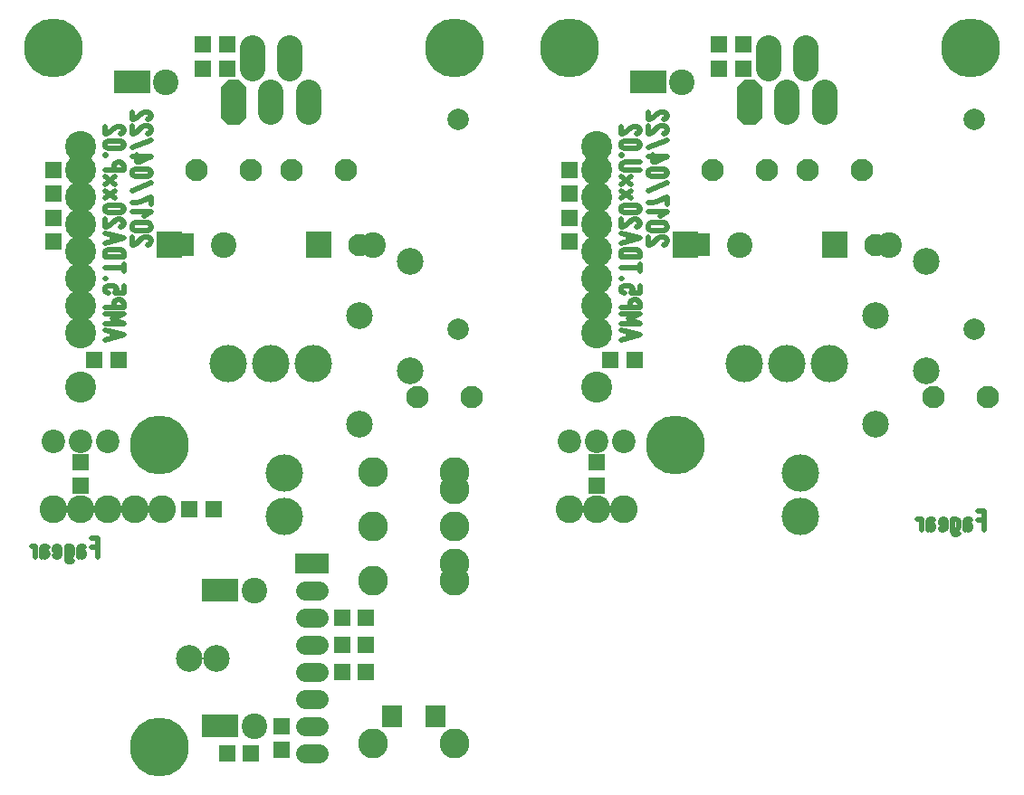
<source format=gbr>
%FSLAX34Y34*%
%MOMM*%
%LNSOLDERMASK_BOTTOM*%
G71*
G01*
%ADD10C, 2.40*%
%ADD11C, 2.90*%
%ADD12C, 2.10*%
%ADD13C, 2.40*%
%ADD14C, 2.80*%
%ADD15C, 1.80*%
%ADD16C, 2.20*%
%ADD17C, 2.50*%
%ADD18C, 2.60*%
%ADD19C, 3.50*%
%ADD20C, 2.00*%
%ADD21C, 2.50*%
%ADD22C, 5.50*%
%ADD23C, 0.52*%
%ADD24R, 1.60X1.50*%
%ADD25R, 1.50X1.60*%
%ADD26R, 1.90X2.00*%
%LPD*%
G54D10*
X282575Y-88925D02*
X282575Y-107925D01*
G54D10*
X265075Y-47725D02*
X265075Y-66725D01*
G54D10*
X247575Y-88925D02*
X247575Y-107925D01*
G54D10*
X230075Y-47725D02*
X230075Y-66725D01*
G36*
X200675Y-83945D02*
X207695Y-76925D01*
X217655Y-76925D01*
X224675Y-83945D01*
X224675Y-112905D01*
X217655Y-119925D01*
X207695Y-119925D01*
X200675Y-112905D01*
X200675Y-83945D01*
G37*
X69850Y-365125D02*
G54D11*
D03*
X69850Y-139700D02*
G54D11*
D03*
X69850Y-288925D02*
G54D11*
D03*
X69850Y-314325D02*
G54D11*
D03*
X69850Y-263525D02*
G54D11*
D03*
X69850Y-238125D02*
G54D11*
D03*
X69850Y-212725D02*
G54D11*
D03*
X69850Y-187325D02*
G54D11*
D03*
X69850Y-161925D02*
G54D11*
D03*
X317500Y-161925D02*
G54D12*
D03*
X266700Y-161925D02*
G54D12*
D03*
G36*
X304100Y-219775D02*
X304100Y-243775D01*
X280100Y-243775D01*
X280100Y-219775D01*
X304100Y-219775D01*
G37*
X342900Y-231775D02*
G54D13*
D03*
X330200Y-231975D02*
G54D12*
D03*
G36*
X164400Y-219775D02*
X164400Y-243775D01*
X140400Y-243775D01*
X140400Y-219775D01*
X164400Y-219775D01*
G37*
X203200Y-231775D02*
G54D13*
D03*
G36*
X175600Y-221475D02*
X175600Y-242475D01*
X154600Y-242475D01*
X154600Y-221475D01*
X175600Y-221475D01*
G37*
X149225Y-79375D02*
G54D13*
D03*
G36*
X100625Y-89675D02*
X100625Y-68675D01*
X121625Y-68675D01*
X121625Y-89675D01*
X100625Y-89675D01*
G37*
X342900Y-444500D02*
G54D14*
D03*
X342900Y-495300D02*
G54D14*
D03*
X342900Y-546100D02*
G54D14*
D03*
X342900Y-698500D02*
G54D14*
D03*
X419100Y-444500D02*
G54D14*
D03*
X419100Y-495300D02*
G54D14*
D03*
X419100Y-546100D02*
G54D14*
D03*
X419100Y-698500D02*
G54D14*
D03*
X419100Y-530225D02*
G54D14*
D03*
X419100Y-460375D02*
G54D14*
D03*
G54D15*
X279250Y-555625D02*
X292250Y-555625D01*
G54D15*
X279250Y-581025D02*
X292250Y-581025D01*
G54D15*
X279250Y-606425D02*
X292250Y-606425D01*
G54D15*
X279250Y-631825D02*
X292250Y-631825D01*
G54D15*
X279250Y-657225D02*
X292250Y-657225D01*
G54D15*
X279250Y-682625D02*
X292250Y-682625D01*
G54D15*
X279250Y-708025D02*
X292250Y-708025D01*
G36*
X270350Y-539225D02*
X270350Y-521225D01*
X301350Y-521225D01*
X301350Y-539225D01*
X270350Y-539225D01*
G37*
X44450Y-415925D02*
G54D16*
D03*
X69850Y-415925D02*
G54D16*
D03*
X171450Y-619125D02*
G54D17*
D03*
X196850Y-619125D02*
G54D17*
D03*
X95250Y-415925D02*
G54D16*
D03*
X44450Y-479425D02*
G54D18*
D03*
X69850Y-479425D02*
G54D18*
D03*
X95250Y-479425D02*
G54D18*
D03*
G36*
X113325Y-89675D02*
X113325Y-68675D01*
X134325Y-68675D01*
X134325Y-89675D01*
X113325Y-89675D01*
G37*
X287496Y-342900D02*
G54D19*
D03*
X247396Y-342900D02*
G54D19*
D03*
X207596Y-343000D02*
G54D19*
D03*
X228600Y-161925D02*
G54D12*
D03*
X177800Y-161925D02*
G54D12*
D03*
X422275Y-114300D02*
G54D20*
D03*
X422275Y-311150D02*
G54D20*
D03*
X330200Y-400050D02*
G54D21*
D03*
X330200Y-298101D02*
G54D21*
D03*
X377825Y-247650D02*
G54D21*
D03*
X377825Y-349600D02*
G54D21*
D03*
X434975Y-374650D02*
G54D12*
D03*
X384175Y-374650D02*
G54D12*
D03*
X231775Y-555625D02*
G54D13*
D03*
G36*
X183175Y-565925D02*
X183175Y-544925D01*
X204175Y-544925D01*
X204175Y-565925D01*
X183175Y-565925D01*
G37*
G36*
X195875Y-565925D02*
X195875Y-544925D01*
X216875Y-544925D01*
X216875Y-565925D01*
X195875Y-565925D01*
G37*
X231775Y-682625D02*
G54D13*
D03*
G36*
X183175Y-692925D02*
X183175Y-671925D01*
X204175Y-671925D01*
X204175Y-692925D01*
X183175Y-692925D01*
G37*
G36*
X195875Y-692925D02*
X195875Y-671925D01*
X216875Y-671925D01*
X216875Y-692925D01*
X195875Y-692925D01*
G37*
X146050Y-479425D02*
G54D18*
D03*
X120655Y-479427D02*
G54D18*
D03*
X44450Y-47625D02*
G54D22*
D03*
X260350Y-485775D02*
G54D19*
D03*
X260350Y-445675D02*
G54D19*
D03*
X419100Y-47625D02*
G54D22*
D03*
X142875Y-701675D02*
G54D22*
D03*
X142875Y-419100D02*
G54D22*
D03*
G54D23*
X117475Y-224664D02*
X117475Y-231775D01*
X118586Y-231775D01*
X120808Y-230886D01*
X127475Y-225553D01*
X129697Y-224664D01*
X131920Y-224664D01*
X134142Y-225553D01*
X135253Y-227331D01*
X135253Y-229108D01*
X134142Y-230886D01*
X131920Y-231775D01*
G54D23*
X131920Y-211331D02*
X120808Y-211331D01*
X118586Y-212220D01*
X117475Y-213998D01*
X117475Y-215775D01*
X118586Y-217553D01*
X120808Y-218442D01*
X131920Y-218442D01*
X134142Y-217553D01*
X135253Y-215775D01*
X135253Y-213998D01*
X134142Y-212220D01*
X131920Y-211331D01*
G54D23*
X128586Y-205109D02*
X135253Y-200665D01*
X117475Y-200665D01*
G54D23*
X135253Y-194443D02*
X135253Y-187332D01*
X133030Y-188221D01*
X129697Y-189999D01*
X125253Y-191776D01*
X121920Y-192665D01*
X117475Y-192665D01*
G54D23*
X117475Y-181110D02*
X135253Y-173999D01*
G54D23*
X131920Y-160666D02*
X120808Y-160666D01*
X118586Y-161555D01*
X117475Y-163333D01*
X117475Y-165110D01*
X118586Y-166888D01*
X120808Y-167777D01*
X131920Y-167777D01*
X134142Y-166888D01*
X135253Y-165110D01*
X135253Y-163333D01*
X134142Y-161555D01*
X131920Y-160666D01*
G54D23*
X117475Y-149111D02*
X135253Y-149111D01*
X124142Y-154444D01*
X121920Y-154444D01*
X121920Y-147333D01*
G54D23*
X117475Y-141111D02*
X135253Y-134000D01*
G54D23*
X117475Y-120667D02*
X117475Y-127778D01*
X118586Y-127778D01*
X120808Y-126889D01*
X127475Y-121556D01*
X129697Y-120667D01*
X131920Y-120667D01*
X134142Y-121556D01*
X135253Y-123334D01*
X135253Y-125111D01*
X134142Y-126889D01*
X131920Y-127778D01*
G54D23*
X117475Y-107334D02*
X117475Y-114445D01*
X118586Y-114445D01*
X120808Y-113556D01*
X127475Y-108223D01*
X129697Y-107334D01*
X131920Y-107334D01*
X134142Y-108223D01*
X135253Y-110001D01*
X135253Y-111778D01*
X134142Y-113556D01*
X131920Y-114445D01*
G54D23*
X92075Y-320675D02*
X109853Y-316230D01*
X92075Y-311786D01*
G54D23*
X98742Y-318897D02*
X98742Y-313564D01*
G54D23*
X92075Y-305564D02*
X109853Y-305564D01*
X98742Y-301120D01*
X109853Y-296675D01*
X92075Y-296675D01*
G54D23*
X92075Y-290453D02*
X109853Y-290453D01*
X109853Y-286009D01*
X108742Y-284231D01*
X106520Y-283342D01*
X104297Y-283342D01*
X102075Y-284231D01*
X100964Y-286009D01*
X100964Y-290453D01*
G54D23*
X109853Y-270009D02*
X109853Y-277120D01*
X102075Y-277120D01*
X102075Y-276231D01*
X103186Y-274453D01*
X103186Y-272676D01*
X102075Y-270898D01*
X99853Y-270009D01*
X95408Y-270009D01*
X93186Y-270898D01*
X92075Y-272676D01*
X92075Y-274453D01*
X93186Y-276231D01*
X95408Y-277120D01*
G54D23*
X92075Y-263076D02*
X92075Y-263787D01*
X92964Y-263787D01*
X92964Y-263076D01*
X92075Y-263076D01*
X92075Y-263787D01*
G54D23*
X92075Y-253298D02*
X109853Y-253298D01*
G54D23*
X109853Y-256854D02*
X109853Y-249743D01*
G54D23*
X92075Y-243521D02*
X109853Y-243521D01*
X109853Y-239077D01*
X108742Y-237299D01*
X106520Y-236410D01*
X95408Y-236410D01*
X93186Y-237299D01*
X92075Y-239077D01*
X92075Y-243521D01*
G54D23*
X92075Y-230188D02*
X109853Y-225744D01*
X92075Y-221299D01*
G54D23*
X98742Y-228410D02*
X98742Y-223077D01*
G54D23*
X92075Y-207966D02*
X92075Y-215077D01*
X93186Y-215077D01*
X95408Y-214188D01*
X102075Y-208855D01*
X104297Y-207966D01*
X106520Y-207966D01*
X108742Y-208855D01*
X109853Y-210633D01*
X109853Y-212410D01*
X108742Y-214188D01*
X106520Y-215077D01*
G54D23*
X106520Y-194633D02*
X95408Y-194633D01*
X93186Y-195522D01*
X92075Y-197300D01*
X92075Y-199077D01*
X93186Y-200855D01*
X95408Y-201744D01*
X106520Y-201744D01*
X108742Y-200855D01*
X109853Y-199077D01*
X109853Y-197300D01*
X108742Y-195522D01*
X106520Y-194633D01*
G54D23*
X102075Y-188411D02*
X92075Y-181300D01*
G54D23*
X92075Y-188411D02*
X102075Y-181300D01*
G54D23*
X102075Y-175078D02*
X92075Y-167967D01*
G54D23*
X92075Y-175078D02*
X102075Y-167967D01*
G54D23*
X92075Y-161745D02*
X109853Y-161745D01*
X109853Y-157301D01*
X108742Y-155523D01*
X106520Y-154634D01*
X104297Y-154634D01*
X102075Y-155523D01*
X100964Y-157301D01*
X100964Y-161745D01*
G54D23*
X92075Y-147701D02*
X92075Y-148412D01*
X92964Y-148412D01*
X92964Y-147701D01*
X92075Y-147701D01*
X92075Y-148412D01*
G54D23*
X106520Y-134368D02*
X95408Y-134368D01*
X93186Y-135257D01*
X92075Y-137035D01*
X92075Y-138812D01*
X93186Y-140590D01*
X95408Y-141479D01*
X106520Y-141479D01*
X108742Y-140590D01*
X109853Y-138812D01*
X109853Y-137035D01*
X108742Y-135257D01*
X106520Y-134368D01*
G54D23*
X92075Y-121035D02*
X92075Y-128146D01*
X93186Y-128146D01*
X95408Y-127257D01*
X102075Y-121924D01*
X104297Y-121035D01*
X106520Y-121035D01*
X108742Y-121924D01*
X109853Y-123702D01*
X109853Y-125479D01*
X108742Y-127257D01*
X106520Y-128146D01*
G54D23*
X85725Y-523875D02*
X85725Y-506097D01*
X79503Y-506097D01*
G54D23*
X85725Y-514986D02*
X79503Y-514986D01*
G54D23*
X73281Y-514986D02*
X71503Y-513875D01*
X69370Y-513875D01*
X67948Y-516097D01*
X67948Y-523875D01*
G54D23*
X67948Y-520542D02*
X68836Y-518320D01*
X70614Y-517875D01*
X72392Y-518320D01*
X73281Y-520542D01*
X72926Y-522764D01*
X71503Y-523875D01*
X70614Y-523875D01*
X70259Y-523875D01*
X68836Y-522764D01*
X67948Y-520542D01*
G54D23*
X61726Y-527208D02*
X59948Y-528320D01*
X58704Y-528320D01*
X56926Y-527208D01*
X56393Y-524986D01*
X56393Y-513875D01*
G54D23*
X56393Y-516764D02*
X57282Y-514542D01*
X59059Y-513875D01*
X60837Y-514542D01*
X61726Y-516764D01*
X61726Y-521208D01*
X60837Y-523430D01*
X59059Y-523875D01*
X57282Y-523430D01*
X56393Y-521208D01*
G54D23*
X44838Y-522764D02*
X46260Y-523875D01*
X48038Y-523875D01*
X49816Y-522764D01*
X50171Y-520542D01*
X50171Y-516764D01*
X49282Y-514542D01*
X47504Y-513875D01*
X45726Y-514542D01*
X44838Y-516097D01*
X44838Y-518320D01*
X50171Y-518320D01*
G54D23*
X38616Y-514986D02*
X36838Y-513875D01*
X34705Y-513875D01*
X33283Y-516097D01*
X33283Y-523875D01*
G54D23*
X33283Y-520542D02*
X34172Y-518320D01*
X35949Y-517875D01*
X37727Y-518320D01*
X38616Y-520542D01*
X38260Y-522764D01*
X36838Y-523875D01*
X35949Y-523875D01*
X35594Y-523875D01*
X34172Y-522764D01*
X33283Y-520542D01*
G54D23*
X27061Y-523875D02*
X27061Y-513875D01*
G54D23*
X27061Y-516097D02*
X25283Y-513875D01*
X23506Y-513875D01*
G54D10*
X765175Y-88925D02*
X765175Y-107925D01*
G54D10*
X747675Y-47725D02*
X747675Y-66725D01*
G54D10*
X730175Y-88925D02*
X730175Y-107925D01*
G54D10*
X712675Y-47725D02*
X712675Y-66725D01*
G36*
X683275Y-83945D02*
X690295Y-76925D01*
X700255Y-76925D01*
X707275Y-83945D01*
X707275Y-112905D01*
X700255Y-119925D01*
X690295Y-119925D01*
X683275Y-112905D01*
X683275Y-83945D01*
G37*
X552450Y-365125D02*
G54D11*
D03*
X552450Y-139700D02*
G54D11*
D03*
X552450Y-288925D02*
G54D11*
D03*
X552450Y-314325D02*
G54D11*
D03*
X552450Y-263525D02*
G54D11*
D03*
X552450Y-238125D02*
G54D11*
D03*
X552450Y-212725D02*
G54D11*
D03*
X552450Y-187325D02*
G54D11*
D03*
X552450Y-161925D02*
G54D11*
D03*
X800100Y-161925D02*
G54D12*
D03*
X749300Y-161925D02*
G54D12*
D03*
G36*
X786700Y-219775D02*
X786700Y-243775D01*
X762700Y-243775D01*
X762700Y-219775D01*
X786700Y-219775D01*
G37*
X825500Y-231775D02*
G54D13*
D03*
X812800Y-231975D02*
G54D12*
D03*
G36*
X647000Y-219775D02*
X647000Y-243775D01*
X623000Y-243775D01*
X623000Y-219775D01*
X647000Y-219775D01*
G37*
X685800Y-231775D02*
G54D13*
D03*
G36*
X658200Y-221475D02*
X658200Y-242475D01*
X637200Y-242475D01*
X637200Y-221475D01*
X658200Y-221475D01*
G37*
X631825Y-79375D02*
G54D13*
D03*
G36*
X583225Y-89675D02*
X583225Y-68675D01*
X604225Y-68675D01*
X604225Y-89675D01*
X583225Y-89675D01*
G37*
X527050Y-415925D02*
G54D16*
D03*
X552450Y-415925D02*
G54D16*
D03*
X577850Y-415925D02*
G54D16*
D03*
X527050Y-479425D02*
G54D18*
D03*
X552450Y-479425D02*
G54D18*
D03*
X577850Y-479425D02*
G54D18*
D03*
G36*
X595925Y-89675D02*
X595925Y-68675D01*
X616925Y-68675D01*
X616925Y-89675D01*
X595925Y-89675D01*
G37*
X770096Y-342900D02*
G54D19*
D03*
X729996Y-342900D02*
G54D19*
D03*
X690196Y-343000D02*
G54D19*
D03*
X711200Y-161925D02*
G54D12*
D03*
X660400Y-161925D02*
G54D12*
D03*
X904875Y-114300D02*
G54D20*
D03*
X904875Y-311150D02*
G54D20*
D03*
X812800Y-400050D02*
G54D21*
D03*
X812800Y-298101D02*
G54D21*
D03*
X860425Y-247650D02*
G54D21*
D03*
X860425Y-349600D02*
G54D21*
D03*
X917575Y-374650D02*
G54D12*
D03*
X866775Y-374650D02*
G54D12*
D03*
X527050Y-47625D02*
G54D22*
D03*
X742950Y-485775D02*
G54D19*
D03*
X742950Y-445675D02*
G54D19*
D03*
X901700Y-47625D02*
G54D22*
D03*
X625475Y-419100D02*
G54D22*
D03*
G54D23*
X600075Y-224664D02*
X600075Y-231775D01*
X601186Y-231775D01*
X603408Y-230886D01*
X610075Y-225553D01*
X612297Y-224664D01*
X614519Y-224664D01*
X616742Y-225553D01*
X617853Y-227331D01*
X617853Y-229108D01*
X616742Y-230886D01*
X614519Y-231775D01*
G54D23*
X614519Y-211331D02*
X603408Y-211331D01*
X601186Y-212220D01*
X600075Y-213998D01*
X600075Y-215775D01*
X601186Y-217553D01*
X603408Y-218442D01*
X614519Y-218442D01*
X616742Y-217553D01*
X617853Y-215775D01*
X617853Y-213998D01*
X616742Y-212220D01*
X614519Y-211331D01*
G54D23*
X611186Y-205109D02*
X617853Y-200665D01*
X600075Y-200665D01*
G54D23*
X617853Y-194443D02*
X617853Y-187332D01*
X615631Y-188221D01*
X612297Y-189999D01*
X607853Y-191776D01*
X604519Y-192665D01*
X600075Y-192665D01*
G54D23*
X600075Y-181110D02*
X617853Y-173999D01*
G54D23*
X614519Y-160666D02*
X603408Y-160666D01*
X601186Y-161555D01*
X600075Y-163333D01*
X600075Y-165110D01*
X601186Y-166888D01*
X603408Y-167777D01*
X614519Y-167777D01*
X616742Y-166888D01*
X617853Y-165110D01*
X617853Y-163333D01*
X616742Y-161555D01*
X614519Y-160666D01*
G54D23*
X600075Y-149111D02*
X617853Y-149111D01*
X606742Y-154444D01*
X604519Y-154444D01*
X604519Y-147333D01*
G54D23*
X600075Y-141111D02*
X617853Y-134000D01*
G54D23*
X600075Y-120667D02*
X600075Y-127778D01*
X601186Y-127778D01*
X603408Y-126889D01*
X610075Y-121556D01*
X612297Y-120667D01*
X614519Y-120667D01*
X616742Y-121556D01*
X617853Y-123334D01*
X617853Y-125111D01*
X616742Y-126889D01*
X614519Y-127778D01*
G54D23*
X600075Y-107334D02*
X600075Y-114445D01*
X601186Y-114445D01*
X603408Y-113556D01*
X610075Y-108223D01*
X612297Y-107334D01*
X614519Y-107334D01*
X616742Y-108223D01*
X617853Y-110001D01*
X617853Y-111778D01*
X616742Y-113556D01*
X614519Y-114445D01*
G54D23*
X574675Y-320675D02*
X592453Y-316230D01*
X574675Y-311786D01*
G54D23*
X581342Y-318897D02*
X581342Y-313564D01*
G54D23*
X574675Y-305564D02*
X592453Y-305564D01*
X581342Y-301120D01*
X592453Y-296675D01*
X574675Y-296675D01*
G54D23*
X574675Y-290453D02*
X592453Y-290453D01*
X592453Y-286009D01*
X591342Y-284231D01*
X589119Y-283342D01*
X586897Y-283342D01*
X584675Y-284231D01*
X583564Y-286009D01*
X583564Y-290453D01*
G54D23*
X592453Y-270009D02*
X592453Y-277120D01*
X584675Y-277120D01*
X584675Y-276231D01*
X585786Y-274453D01*
X585786Y-272676D01*
X584675Y-270898D01*
X582453Y-270009D01*
X578008Y-270009D01*
X575786Y-270898D01*
X574675Y-272676D01*
X574675Y-274453D01*
X575786Y-276231D01*
X578008Y-277120D01*
G54D23*
X574675Y-263076D02*
X574675Y-263787D01*
X575564Y-263787D01*
X575564Y-263076D01*
X574675Y-263076D01*
X574675Y-263787D01*
G54D23*
X574675Y-253298D02*
X592453Y-253298D01*
G54D23*
X592453Y-256854D02*
X592453Y-249743D01*
G54D23*
X574675Y-243521D02*
X592453Y-243521D01*
X592453Y-239077D01*
X591342Y-237299D01*
X589119Y-236410D01*
X578008Y-236410D01*
X575786Y-237299D01*
X574675Y-239077D01*
X574675Y-243521D01*
G54D23*
X574675Y-230188D02*
X592453Y-225744D01*
X574675Y-221299D01*
G54D23*
X581342Y-228410D02*
X581342Y-223077D01*
G54D23*
X574675Y-207966D02*
X574675Y-215077D01*
X575786Y-215077D01*
X578008Y-214188D01*
X584675Y-208855D01*
X586897Y-207966D01*
X589119Y-207966D01*
X591342Y-208855D01*
X592453Y-210633D01*
X592453Y-212410D01*
X591342Y-214188D01*
X589119Y-215077D01*
G54D23*
X589119Y-194633D02*
X578008Y-194633D01*
X575786Y-195522D01*
X574675Y-197300D01*
X574675Y-199077D01*
X575786Y-200855D01*
X578008Y-201744D01*
X589119Y-201744D01*
X591342Y-200855D01*
X592453Y-199077D01*
X592453Y-197300D01*
X591342Y-195522D01*
X589119Y-194633D01*
G54D23*
X584675Y-188411D02*
X574675Y-181300D01*
G54D23*
X574675Y-188411D02*
X584675Y-181300D01*
G54D23*
X584675Y-175078D02*
X574675Y-167967D01*
G54D23*
X574675Y-175078D02*
X584675Y-167967D01*
G54D23*
X592453Y-161745D02*
X578008Y-161745D01*
X575786Y-160856D01*
X574675Y-159078D01*
X574675Y-157301D01*
X575786Y-155523D01*
X578008Y-154634D01*
X592453Y-154634D01*
G54D23*
X574675Y-147701D02*
X574675Y-148412D01*
X575564Y-148412D01*
X575564Y-147701D01*
X574675Y-147701D01*
X574675Y-148412D01*
G54D23*
X589119Y-134368D02*
X578008Y-134368D01*
X575786Y-135257D01*
X574675Y-137035D01*
X574675Y-138812D01*
X575786Y-140590D01*
X578008Y-141479D01*
X589119Y-141479D01*
X591342Y-140590D01*
X592453Y-138812D01*
X592453Y-137035D01*
X591342Y-135257D01*
X589119Y-134368D01*
G54D23*
X574675Y-121035D02*
X574675Y-128146D01*
X575786Y-128146D01*
X578008Y-127257D01*
X584675Y-121924D01*
X586897Y-121035D01*
X589119Y-121035D01*
X591342Y-121924D01*
X592453Y-123702D01*
X592453Y-125479D01*
X591342Y-127257D01*
X589119Y-128146D01*
G54D23*
X914400Y-498475D02*
X914400Y-480697D01*
X908178Y-480697D01*
G54D23*
X914400Y-489586D02*
X908178Y-489586D01*
G54D23*
X901956Y-489586D02*
X900178Y-488475D01*
X898045Y-488475D01*
X896623Y-490697D01*
X896623Y-498475D01*
G54D23*
X896623Y-495142D02*
X897512Y-492920D01*
X899289Y-492475D01*
X901067Y-492920D01*
X901956Y-495142D01*
X901600Y-497364D01*
X900178Y-498475D01*
X899289Y-498475D01*
X898934Y-498475D01*
X897512Y-497364D01*
X896623Y-495142D01*
G54D23*
X890401Y-501808D02*
X888623Y-502920D01*
X887379Y-502920D01*
X885601Y-501808D01*
X885068Y-499586D01*
X885068Y-488475D01*
G54D23*
X885068Y-491364D02*
X885957Y-489142D01*
X887734Y-488475D01*
X889512Y-489142D01*
X890401Y-491364D01*
X890401Y-495808D01*
X889512Y-498030D01*
X887734Y-498475D01*
X885957Y-498030D01*
X885068Y-495808D01*
G54D23*
X873513Y-497364D02*
X874935Y-498475D01*
X876713Y-498475D01*
X878490Y-497364D01*
X878846Y-495142D01*
X878846Y-491364D01*
X877957Y-489142D01*
X876179Y-488475D01*
X874402Y-489142D01*
X873513Y-490697D01*
X873513Y-492920D01*
X878846Y-492920D01*
G54D23*
X867291Y-489586D02*
X865513Y-488475D01*
X863380Y-488475D01*
X861958Y-490697D01*
X861958Y-498475D01*
G54D23*
X861958Y-495142D02*
X862847Y-492920D01*
X864624Y-492475D01*
X866402Y-492920D01*
X867291Y-495142D01*
X866935Y-497364D01*
X865513Y-498475D01*
X864624Y-498475D01*
X864269Y-498475D01*
X862847Y-497364D01*
X861958Y-495142D01*
G54D23*
X855736Y-498475D02*
X855736Y-488475D01*
G54D23*
X855736Y-490697D02*
X853958Y-488475D01*
X852180Y-488475D01*
X44450Y-184150D02*
G54D24*
D03*
X44450Y-161950D02*
G54D24*
D03*
X184150Y-44450D02*
G54D25*
D03*
X206350Y-44450D02*
G54D25*
D03*
X184150Y-66675D02*
G54D25*
D03*
X206350Y-66675D02*
G54D25*
D03*
X82550Y-339725D02*
G54D25*
D03*
X104750Y-339725D02*
G54D25*
D03*
X171450Y-479425D02*
G54D25*
D03*
X193650Y-479425D02*
G54D25*
D03*
X69850Y-457200D02*
G54D24*
D03*
X69850Y-435000D02*
G54D24*
D03*
X257175Y-704850D02*
G54D24*
D03*
X257175Y-682650D02*
G54D24*
D03*
X314325Y-581025D02*
G54D25*
D03*
X336525Y-581025D02*
G54D25*
D03*
X314325Y-606425D02*
G54D25*
D03*
X336525Y-606425D02*
G54D25*
D03*
X314325Y-631825D02*
G54D25*
D03*
X336525Y-631825D02*
G54D25*
D03*
X206375Y-708025D02*
G54D25*
D03*
X228575Y-708025D02*
G54D25*
D03*
X565150Y-339725D02*
G54D25*
D03*
X587350Y-339725D02*
G54D25*
D03*
X666750Y-44450D02*
G54D25*
D03*
X688950Y-44450D02*
G54D25*
D03*
X666750Y-66675D02*
G54D25*
D03*
X688950Y-66675D02*
G54D25*
D03*
X527050Y-184150D02*
G54D24*
D03*
X527050Y-161950D02*
G54D24*
D03*
X552450Y-457200D02*
G54D24*
D03*
X552450Y-435000D02*
G54D24*
D03*
X401638Y-673100D02*
G54D26*
D03*
X360534Y-673100D02*
G54D26*
D03*
X44450Y-228600D02*
G54D24*
D03*
X44450Y-206400D02*
G54D24*
D03*
X527050Y-228600D02*
G54D24*
D03*
X527050Y-206400D02*
G54D24*
D03*
M02*

</source>
